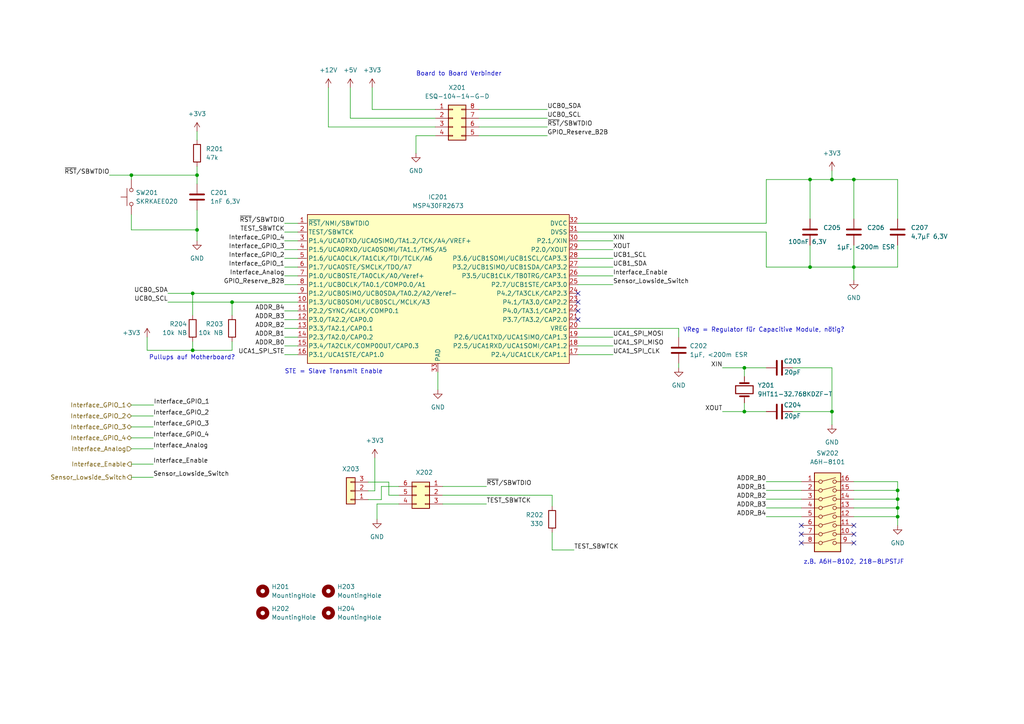
<source format=kicad_sch>
(kicad_sch (version 20211123) (generator eeschema)
  (paper "A4")
  (lib_symbols
    (symbol "Connector_Generic:Conn_01x03" (pin_names (offset 1.016) hide)
      (property "Reference" "J" (at 0 5.08 0))
      (property "Value" "Conn_01x03" (at 0 -5.08 0))
      (symbol "Conn_01x03_1_1"
        (rectangle (start -1.27 -2.413) (end 0 -2.667) (stroke (width 0.1524)))
        (rectangle (start -1.27 0.127) (end 0 -0.127) (stroke (width 0.1524)))
        (rectangle (start -1.27 2.667) (end 0 2.413) (stroke (width 0.1524)))
        (rectangle (start -1.27 3.81) (end 1.27 -3.81) (stroke (width 0.254)) (fill (type background)))
        (pin passive line (at -5.08 2.54 0) (length 3.81) (name "Pin_1") (number "1"))
        (pin passive line (at -5.08 0 0) (length 3.81) (name "Pin_2") (number "2"))
        (pin passive line (at -5.08 -2.54 0) (length 3.81) (name "Pin_3") (number "3"))
      )
    )
    (symbol "Connector_Generic:Conn_02x03_Counter_Clockwise" (pin_names (offset 1.016) hide)
      (property "Reference" "J" (at 1.27 5.08 0))
      (property "Value" "Conn_02x03_Counter_Clockwise" (at 1.27 -5.08 0))
      (symbol "Conn_02x03_Counter_Clockwise_1_1"
        (rectangle (start -1.27 -2.413) (end 0 -2.667) (stroke (width 0.1524)))
        (rectangle (start -1.27 0.127) (end 0 -0.127) (stroke (width 0.1524)))
        (rectangle (start -1.27 2.667) (end 0 2.413) (stroke (width 0.1524)))
        (rectangle (start -1.27 3.81) (end 3.81 -3.81) (stroke (width 0.254)) (fill (type background)))
        (rectangle (start 3.81 -2.413) (end 2.54 -2.667) (stroke (width 0.1524)))
        (rectangle (start 3.81 0.127) (end 2.54 -0.127) (stroke (width 0.1524)))
        (rectangle (start 3.81 2.667) (end 2.54 2.413) (stroke (width 0.1524)))
        (pin passive line (at -5.08 2.54 0) (length 3.81) (name "Pin_1") (number "1"))
        (pin passive line (at -5.08 0 0) (length 3.81) (name "Pin_2") (number "2"))
        (pin passive line (at -5.08 -2.54 0) (length 3.81) (name "Pin_3") (number "3"))
        (pin passive line (at 7.62 -2.54 180) (length 3.81) (name "Pin_4") (number "4"))
        (pin passive line (at 7.62 0 180) (length 3.81) (name "Pin_5") (number "5"))
        (pin passive line (at 7.62 2.54 180) (length 3.81) (name "Pin_6") (number "6"))
      )
    )
    (symbol "Connector_Generic:Conn_02x04_Counter_Clockwise" (pin_names (offset 1.016) hide)
      (property "Reference" "J" (at 1.27 5.08 0))
      (property "Value" "Conn_02x04_Counter_Clockwise" (at 1.27 -7.62 0))
      (symbol "Conn_02x04_Counter_Clockwise_1_1"
        (rectangle (start -1.27 -4.953) (end 0 -5.207) (stroke (width 0.1524)))
        (rectangle (start -1.27 -2.413) (end 0 -2.667) (stroke (width 0.1524)))
        (rectangle (start -1.27 0.127) (end 0 -0.127) (stroke (width 0.1524)))
        (rectangle (start -1.27 2.667) (end 0 2.413) (stroke (width 0.1524)))
        (rectangle (start -1.27 3.81) (end 3.81 -6.35) (stroke (width 0.254)) (fill (type background)))
        (rectangle (start 3.81 -4.953) (end 2.54 -5.207) (stroke (width 0.1524)))
        (rectangle (start 3.81 -2.413) (end 2.54 -2.667) (stroke (width 0.1524)))
        (rectangle (start 3.81 0.127) (end 2.54 -0.127) (stroke (width 0.1524)))
        (rectangle (start 3.81 2.667) (end 2.54 2.413) (stroke (width 0.1524)))
        (pin passive line (at -5.08 2.54 0) (length 3.81) (name "Pin_1") (number "1"))
        (pin passive line (at -5.08 0 0) (length 3.81) (name "Pin_2") (number "2"))
        (pin passive line (at -5.08 -2.54 0) (length 3.81) (name "Pin_3") (number "3"))
        (pin passive line (at -5.08 -5.08 0) (length 3.81) (name "Pin_4") (number "4"))
        (pin passive line (at 7.62 -5.08 180) (length 3.81) (name "Pin_5") (number "5"))
        (pin passive line (at 7.62 -2.54 180) (length 3.81) (name "Pin_6") (number "6"))
        (pin passive line (at 7.62 0 180) (length 3.81) (name "Pin_7") (number "7"))
        (pin passive line (at 7.62 2.54 180) (length 3.81) (name "Pin_8") (number "8"))
      )
    )
    (symbol "Device:C" (pin_numbers hide) (pin_names (offset 0.254))
      (property "Reference" "C" (at 0.635 2.54 0))
      (property "Value" "C" (at 0.635 -2.54 0))
      (symbol "C_0_1"
        (polyline (pts (xy -2.032 -0.762) (xy 2.032 -0.762)) (stroke (width 0.508)))
        (polyline (pts (xy -2.032 0.762) (xy 2.032 0.762)) (stroke (width 0.508)))
      )
      (symbol "C_1_1"
        (pin passive line (at 0 3.81 270) (length 2.794) (name "~") (number "1"))
        (pin passive line (at 0 -3.81 90) (length 2.794) (name "~") (number "2"))
      )
    )
    (symbol "Device:Crystal" (pin_numbers hide) (pin_names (offset 1.016) hide)
      (property "Reference" "Y" (at 0 3.81 0))
      (property "Value" "Crystal" (at 0 -3.81 0))
      (symbol "Crystal_0_1"
        (rectangle (start -1.143 2.54) (end 1.143 -2.54) (stroke (width 0.3048)))
        (polyline (pts (xy -2.54 0) (xy -1.905 0)))
        (polyline (pts (xy -1.905 -1.27) (xy -1.905 1.27)) (stroke (width 0.508)))
        (polyline (pts (xy 1.905 -1.27) (xy 1.905 1.27)) (stroke (width 0.508)))
        (polyline (pts (xy 2.54 0) (xy 1.905 0)))
      )
      (symbol "Crystal_1_1"
        (pin passive line (at -3.81 0 0) (length 1.27) (name "1") (number "1"))
        (pin passive line (at 3.81 0 180) (length 1.27) (name "2") (number "2"))
      )
    )
    (symbol "Device:R" (pin_numbers hide) (pin_names (offset 0))
      (property "Reference" "R" (at 2.032 0 90))
      (property "Value" "R" (at 0 0 90))
      (symbol "R_0_1"
        (rectangle (start -1.016 -2.54) (end 1.016 2.54) (stroke (width 0.254)))
      )
      (symbol "R_1_1"
        (pin passive line (at 0 3.81 270) (length 1.27) (name "~") (number "1"))
        (pin passive line (at 0 -3.81 90) (length 1.27) (name "~") (number "2"))
      )
    )
    (symbol "HER_Symbole:MSP430FR267*"
      (property "Reference" "U?" (at 39.42 2.54 0))
      (property "Value" "MSP430FR267*" (at 39.42 0 0))
      (symbol "MSP430FR267*_0_1"
        (rectangle (start 0.254 -2.54) (end 76.2 -45.72) (stroke (width 0.2)) (fill (type background)))
      )
      (symbol "MSP430FR267*_1_1"
        (pin bidirectional line (at -2.54 -5.08 0) (length 2.54) (name "~{RST}/NMI/SBWTDIO") (number "1"))
        (pin bidirectional line (at -2.54 -27.94 0) (length 2.54) (name "P1.3/UCB0SOMI/UCB0SCL/MCLK/A3") (number "10"))
        (pin bidirectional line (at -2.54 -30.48 0) (length 2.54) (name "P2.2/SYNC/ACLK/COMP0.1") (number "11"))
        (pin bidirectional line (at -2.54 -33.02 0) (length 2.54) (name "P3.0/TA2.2/CAP0.0") (number "12"))
        (pin bidirectional line (at -2.54 -35.56 0) (length 2.54) (name "P3.3/TA2.1/CAP0.1") (number "13"))
        (pin bidirectional line (at -2.54 -38.1 0) (length 2.54) (name "P2.3/TA2.0/CAP0.2") (number "14"))
        (pin bidirectional line (at -2.54 -40.64 0) (length 2.54) (name "P3.4/TA2CLK/COMP0OUT/CAP0.3") (number "15"))
        (pin bidirectional line (at -2.54 -43.18 0) (length 2.54) (name "P3.1/UCA1STE/CAP1.0") (number "16"))
        (pin bidirectional line (at 78.74 -43.18 180) (length 2.54) (name "P2.4/UCA1CLK/CAP1.1") (number "17"))
        (pin bidirectional line (at 78.74 -40.64 180) (length 2.54) (name "P2.5/UCA1RXD/UCA1SOMI/CAP1.2") (number "18"))
        (pin bidirectional line (at 78.74 -38.1 180) (length 2.54) (name "P2.6/UCA1TXD/UCA1SIMO/CAP1.3") (number "19"))
        (pin bidirectional line (at -2.54 -7.62 0) (length 2.54) (name "TEST/SBWTCK") (number "2"))
        (pin bidirectional line (at 78.74 -35.56 180) (length 2.54) (name "VREG") (number "20"))
        (pin bidirectional line (at 78.74 -33.02 180) (length 2.54) (name "P3.7/TA3.2/CAP2.0") (number "21"))
        (pin bidirectional line (at 78.74 -30.48 180) (length 2.54) (name "P4.0/TA3.1/CAP2.1") (number "22"))
        (pin bidirectional line (at 78.74 -27.94 180) (length 2.54) (name "P4.1/TA3.0/CAP2.2") (number "23"))
        (pin bidirectional line (at 78.74 -25.4 180) (length 2.54) (name "P4.2/TA3CLK/CAP2.3") (number "24"))
        (pin bidirectional line (at 78.74 -22.86 180) (length 2.54) (name "P2.7/UCB1STE/CAP3.0") (number "25"))
        (pin bidirectional line (at 78.74 -20.32 180) (length 2.54) (name "P3.5/UCB1CLK/TB0TRG/CAP3.1") (number "26"))
        (pin bidirectional line (at 78.74 -17.78 180) (length 2.54) (name "P3.2/UCB1SIMO/UCB1SDA/CAP3.2") (number "27"))
        (pin bidirectional line (at 78.74 -15.24 180) (length 2.54) (name "P3.6/UCB1SOMI/UCB1SCL/CAP3.3") (number "28"))
        (pin bidirectional line (at 78.74 -12.7 180) (length 2.54) (name "P2.0/XOUT") (number "29"))
        (pin bidirectional line (at -2.54 -10.16 0) (length 2.54) (name "P1.4/UCA0TXD/UCA0SIMO/TA1.2/TCK/A4/VREF+") (number "3"))
        (pin bidirectional line (at 78.74 -10.16 180) (length 2.54) (name "P2.1/XIN") (number "30"))
        (pin power_in line (at 78.74 -7.62 180) (length 2.54) (name "DVSS") (number "31"))
        (pin power_in line (at 78.74 -5.08 180) (length 2.54) (name "DVCC") (number "32"))
        (pin power_in line (at 38.1 -48.26 90) (length 2.54) (name "PAD") (number "33"))
        (pin bidirectional line (at -2.54 -12.7 0) (length 2.54) (name "P1.5/UCA0RXD/UCA0SOMI/TA1.1/TMS/A5") (number "4"))
        (pin bidirectional line (at -2.54 -15.24 0) (length 2.54) (name "P1.6/UCA0CLK/TA1CLK/TDI/TCLK/A6") (number "5"))
        (pin bidirectional line (at -2.54 -17.78 0) (length 2.54) (name "P1.7/UCA0STE/SMCLK/TDO/A7") (number "6"))
        (pin bidirectional line (at -2.54 -20.32 0) (length 2.54) (name "P1.0/UCB0STE/TA0CLK/A0/Veref+") (number "7"))
        (pin bidirectional line (at -2.54 -22.86 0) (length 2.54) (name "P1.1/UCB0CLK/TA0.1/COMP0.0/A1") (number "8"))
        (pin bidirectional line (at -2.54 -25.4 0) (length 2.54) (name "P1.2/UCB0SIMO/UCB0SDA/TA0.2/A2/Veref-") (number "9"))
      )
    )
    (symbol "Mechanical:MountingHole" (pin_names (offset 1.016))
      (property "Reference" "H" (at 0 5.08 0))
      (property "Value" "MountingHole" (at 0 3.175 0))
      (symbol "MountingHole_0_1"
        (circle (center 0 0) (radius 1.27) (stroke (width 1.27)))
      )
    )
    (symbol "Switch:SW_DIP_x08" (pin_names (offset 0) hide)
      (property "Reference" "SW" (at 0 13.97 0))
      (property "Value" "SW_DIP_x08" (at 0 -11.43 0))
      (symbol "SW_DIP_x08_0_0"
        (circle (center -2.032 -7.62) (radius 0.508))
        (circle (center -2.032 -5.08) (radius 0.508))
        (circle (center -2.032 -2.54) (radius 0.508))
        (circle (center -2.032 0) (radius 0.508))
        (circle (center -2.032 2.54) (radius 0.508))
        (circle (center -2.032 5.08) (radius 0.508))
        (circle (center -2.032 7.62) (radius 0.508))
        (circle (center -2.032 10.16) (radius 0.508))
        (polyline (pts (xy -1.524 -7.4676) (xy 2.3622 -6.4262)))
        (polyline (pts (xy -1.524 -4.9276) (xy 2.3622 -3.8862)))
        (polyline (pts (xy -1.524 -2.3876) (xy 2.3622 -1.3462)))
        (polyline (pts (xy -1.524 0.127) (xy 2.3622 1.1684)))
        (polyline (pts (xy -1.524 2.667) (xy 2.3622 3.7084)))
        (polyline (pts (xy -1.524 5.207) (xy 2.3622 6.2484)))
        (polyline (pts (xy -1.524 7.747) (xy 2.3622 8.7884)))
        (polyline (pts (xy -1.524 10.287) (xy 2.3622 11.3284)))
        (circle (center 2.032 -7.62) (radius 0.508))
        (circle (center 2.032 -5.08) (radius 0.508))
        (circle (center 2.032 -2.54) (radius 0.508))
        (circle (center 2.032 0) (radius 0.508))
        (circle (center 2.032 2.54) (radius 0.508))
        (circle (center 2.032 5.08) (radius 0.508))
        (circle (center 2.032 7.62) (radius 0.508))
        (circle (center 2.032 10.16) (radius 0.508))
      )
      (symbol "SW_DIP_x08_0_1"
        (rectangle (start -3.81 12.7) (end 3.81 -10.16) (stroke (width 0.254)) (fill (type background)))
      )
      (symbol "SW_DIP_x08_1_1"
        (pin passive line (at -7.62 10.16 0) (length 5.08) (name "~") (number "1"))
        (pin passive line (at 7.62 -5.08 180) (length 5.08) (name "~") (number "10"))
        (pin passive line (at 7.62 -2.54 180) (length 5.08) (name "~") (number "11"))
        (pin passive line (at 7.62 0 180) (length 5.08) (name "~") (number "12"))
        (pin passive line (at 7.62 2.54 180) (length 5.08) (name "~") (number "13"))
        (pin passive line (at 7.62 5.08 180) (length 5.08) (name "~") (number "14"))
        (pin passive line (at 7.62 7.62 180) (length 5.08) (name "~") (number "15"))
        (pin passive line (at 7.62 10.16 180) (length 5.08) (name "~") (number "16"))
        (pin passive line (at -7.62 7.62 0) (length 5.08) (name "~") (number "2"))
        (pin passive line (at -7.62 5.08 0) (length 5.08) (name "~") (number "3"))
        (pin passive line (at -7.62 2.54 0) (length 5.08) (name "~") (number "4"))
        (pin passive line (at -7.62 0 0) (length 5.08) (name "~") (number "5"))
        (pin passive line (at -7.62 -2.54 0) (length 5.08) (name "~") (number "6"))
        (pin passive line (at -7.62 -5.08 0) (length 5.08) (name "~") (number "7"))
        (pin passive line (at -7.62 -7.62 0) (length 5.08) (name "~") (number "8"))
        (pin passive line (at 7.62 -7.62 180) (length 5.08) (name "~") (number "9"))
      )
    )
    (symbol "Switch:SW_Push" (pin_numbers hide) (pin_names (offset 1.016) hide)
      (property "Reference" "SW" (at 1.27 2.54 0))
      (property "Value" "SW_Push" (at 0 -1.524 0))
      (symbol "SW_Push_0_1"
        (circle (center -2.032 0) (radius 0.508))
        (polyline (pts (xy 0 1.27) (xy 0 3.048)))
        (polyline (pts (xy 2.54 1.27) (xy -2.54 1.27)))
        (circle (center 2.032 0) (radius 0.508))
        (pin passive line (at -5.08 0 0) (length 2.54) (name "1") (number "1"))
        (pin passive line (at 5.08 0 180) (length 2.54) (name "2") (number "2"))
      )
    )
    (symbol "power:+12V" (power) (pin_names (offset 0))
      (property "Value" "+12V" (at 0 3.556 0))
      (symbol "+12V_0_1"
        (polyline (pts (xy -0.762 1.27) (xy 0 2.54)))
        (polyline (pts (xy 0 0) (xy 0 2.54)))
        (polyline (pts (xy 0 2.54) (xy 0.762 1.27)))
      )
      (symbol "+12V_1_1"
        (pin power_in line (at 0 0 90) (length 0) hide (name "+12V") (number "1"))
      )
    )
    (symbol "power:+3.3V" (power) (pin_names (offset 0))
      (property "Value" "+3.3V" (at 0 3.556 0))
      (symbol "+3.3V_0_1"
        (polyline (pts (xy -0.762 1.27) (xy 0 2.54)))
        (polyline (pts (xy 0 0) (xy 0 2.54)))
        (polyline (pts (xy 0 2.54) (xy 0.762 1.27)))
      )
      (symbol "+3.3V_1_1"
        (pin power_in line (at 0 0 90) (length 0) hide (name "+3V3") (number "1"))
      )
    )
    (symbol "power:+3V3" (power) (pin_names (offset 0))
      (property "Value" "+3V3" (at 0 3.556 0))
      (symbol "+3V3_0_1"
        (polyline (pts (xy -0.762 1.27) (xy 0 2.54)))
        (polyline (pts (xy 0 0) (xy 0 2.54)))
        (polyline (pts (xy 0 2.54) (xy 0.762 1.27)))
      )
      (symbol "+3V3_1_1"
        (pin power_in line (at 0 0 90) (length 0) hide (name "+3V3") (number "1"))
      )
    )
    (symbol "power:+5V" (power) (pin_names (offset 0))
      (property "Value" "+5V" (at 0 3.556 0))
      (symbol "+5V_0_1"
        (polyline (pts (xy -0.762 1.27) (xy 0 2.54)))
        (polyline (pts (xy 0 0) (xy 0 2.54)))
        (polyline (pts (xy 0 2.54) (xy 0.762 1.27)))
      )
      (symbol "+5V_1_1"
        (pin power_in line (at 0 0 90) (length 0) hide (name "+5V") (number "1"))
      )
    )
    (symbol "power:GND" (power) (pin_names (offset 0))
      (property "Value" "GND" (at 0 -3.81 0))
      (symbol "GND_0_1"
        (polyline (pts (xy 0 0) (xy 0 -1.27) (xy 1.27 -1.27) (xy 0 -2.54) (xy -1.27 -1.27) (xy 0 -1.27)))
      )
      (symbol "GND_1_1"
        (pin power_in line (at 0 0 270) (length 0) hide (name "GND") (number "1"))
      )
    )
  )
  (junction (at 260.35 147.32))
  (junction (at 234.95 52.07))
  (junction (at 57.15 66.675))
  (junction (at 67.31 87.63))
  (junction (at 241.3 52.07))
  (junction (at 215.9 119.38))
  (junction (at 260.35 142.24))
  (junction (at 57.15 50.8))
  (junction (at 38.1 50.8))
  (junction (at 260.35 149.86))
  (junction (at 241.3 119.38))
  (junction (at 234.95 77.47))
  (junction (at 260.35 144.78))
  (junction (at 55.88 85.09))
  (junction (at 55.88 101.6))
  (junction (at 215.9 106.68))
  (junction (at 247.65 52.07))
  (junction (at 247.65 77.47))
  (no_connect (at 247.65 152.4))
  (no_connect (at 247.65 154.94))
  (no_connect (at 232.41 154.94))
  (no_connect (at 247.65 157.48))
  (no_connect (at 167.64 85.09))
  (no_connect (at 167.64 90.17))
  (no_connect (at 167.64 92.71))
  (no_connect (at 167.64 87.63))
  (no_connect (at 232.41 157.48))
  (no_connect (at 232.41 152.4))
  (wire (pts (xy 31.75 50.8) (xy 38.1 50.8)))
  (wire (pts (xy 138.938 34.29) (xy 158.75 34.29)))
  (wire (pts (xy 82.55 82.55) (xy 86.36 82.55)))
  (wire (pts (xy 42.6721 97.79) (xy 42.6721 101.6)))
  (wire (pts (xy 55.88 85.09) (xy 86.36 85.09)))
  (wire (pts (xy 82.55 80.01) (xy 86.36 80.01)))
  (wire (pts (xy 126.238 31.75) (xy 107.95 31.75)))
  (wire (pts (xy 260.35 139.7) (xy 260.35 142.24)))
  (wire (pts (xy 101.6 25.4) (xy 101.6 34.29)))
  (wire (pts (xy 222.25 77.47) (xy 234.95 77.47)))
  (wire (pts (xy 55.88 99.06) (xy 55.88 101.6)))
  (wire (pts (xy 82.55 77.47) (xy 86.36 77.47)))
  (wire (pts (xy 234.95 52.07) (xy 241.3 52.07)))
  (wire (pts (xy 247.65 142.24) (xy 260.35 142.24)))
  (wire (pts (xy 167.64 69.85) (xy 177.8 69.85)))
  (wire (pts (xy 232.41 147.32) (xy 222.25 147.32)))
  (wire (pts (xy 260.35 52.07) (xy 260.35 63.5)))
  (wire (pts (xy 128.397 146.177) (xy 141.097 146.177)))
  (wire (pts (xy 247.65 52.07) (xy 247.65 63.5)))
  (wire (pts (xy 126.238 34.29) (xy 101.6 34.29)))
  (wire (pts (xy 232.41 139.7) (xy 222.25 139.7)))
  (wire (pts (xy 48.7045 85.09) (xy 55.88 85.09)))
  (wire (pts (xy 115.697 146.177) (xy 109.347 146.177)))
  (wire (pts (xy 196.85 95.25) (xy 196.85 97.79)))
  (wire (pts (xy 138.938 39.37) (xy 158.75 39.37)))
  (wire (pts (xy 167.64 77.47) (xy 177.8 77.47)))
  (wire (pts (xy 120.65 39.37) (xy 120.65 44.45)))
  (wire (pts (xy 232.41 149.86) (xy 222.25 149.86)))
  (wire (pts (xy 138.938 31.75) (xy 158.75 31.75)))
  (wire (pts (xy 260.35 147.32) (xy 260.35 149.86)))
  (wire (pts (xy 82.55 97.79) (xy 86.36 97.79)))
  (wire (pts (xy 215.9 119.38) (xy 222.25 119.38)))
  (wire (pts (xy 57.15 66.675) (xy 57.15 69.85)))
  (wire (pts (xy 82.55 67.31) (xy 86.36 67.31)))
  (wire (pts (xy 247.65 77.47) (xy 234.95 77.47)))
  (wire (pts (xy 167.64 64.77) (xy 222.25 64.77)))
  (wire (pts (xy 241.3 119.38) (xy 241.3 123.19)))
  (wire (pts (xy 67.31 87.63) (xy 67.31 91.44)))
  (wire (pts (xy 48.7045 87.63) (xy 67.31 87.63)))
  (wire (pts (xy 110.617 141.097) (xy 110.617 144.907)))
  (wire (pts (xy 247.65 52.07) (xy 260.35 52.07)))
  (wire (pts (xy 260.35 77.47) (xy 247.65 77.47)))
  (wire (pts (xy 106.807 139.827) (xy 112.776 139.827)))
  (wire (pts (xy 82.55 64.77) (xy 86.36 64.77)))
  (wire (pts (xy 222.25 64.77) (xy 222.25 52.07)))
  (wire (pts (xy 160.147 143.637) (xy 128.397 143.637)))
  (wire (pts (xy 82.55 72.39) (xy 86.36 72.39)))
  (wire (pts (xy 38.1 130.175) (xy 44.45 130.175)))
  (wire (pts (xy 260.35 149.86) (xy 260.35 152.4)))
  (wire (pts (xy 247.65 77.47) (xy 247.65 81.28)))
  (wire (pts (xy 38.1 120.65) (xy 44.45 120.65)))
  (wire (pts (xy 260.35 144.78) (xy 260.35 147.32)))
  (wire (pts (xy 38.1 127) (xy 44.45 127)))
  (wire (pts (xy 82.55 74.93) (xy 86.36 74.93)))
  (wire (pts (xy 38.1 123.825) (xy 44.45 123.825)))
  (wire (pts (xy 167.64 95.25) (xy 196.85 95.25)))
  (wire (pts (xy 106.807 142.367) (xy 108.712 142.367)))
  (wire (pts (xy 222.25 67.31) (xy 222.25 77.47)))
  (wire (pts (xy 127 107.95) (xy 127 113.03)))
  (wire (pts (xy 241.3 49.53) (xy 241.3 52.07)))
  (wire (pts (xy 167.64 102.87) (xy 177.8 102.87)))
  (wire (pts (xy 55.88 85.09) (xy 55.88 91.44)))
  (wire (pts (xy 241.3 106.68) (xy 241.3 119.38)))
  (wire (pts (xy 247.65 139.7) (xy 260.35 139.7)))
  (wire (pts (xy 107.95 25.4) (xy 107.95 31.75)))
  (wire (pts (xy 247.65 77.47) (xy 247.65 71.12)))
  (wire (pts (xy 167.64 72.39) (xy 177.8 72.39)))
  (wire (pts (xy 247.65 147.32) (xy 260.35 147.32)))
  (wire (pts (xy 82.55 92.71) (xy 86.36 92.71)))
  (wire (pts (xy 167.64 100.33) (xy 177.8 100.33)))
  (wire (pts (xy 38.1 117.475) (xy 44.577 117.475)))
  (wire (pts (xy 126.238 39.37) (xy 120.65 39.37)))
  (wire (pts (xy 229.87 106.68) (xy 241.3 106.68)))
  (wire (pts (xy 166.497 159.512) (xy 160.147 159.512)))
  (wire (pts (xy 160.147 143.637) (xy 160.147 146.812)))
  (wire (pts (xy 57.15 60.96) (xy 57.15 66.675)))
  (wire (pts (xy 115.697 141.097) (xy 110.617 141.097)))
  (wire (pts (xy 82.55 100.33) (xy 86.36 100.33)))
  (wire (pts (xy 38.1 66.675) (xy 57.15 66.675)))
  (wire (pts (xy 95.25 25.4) (xy 95.25 36.83)))
  (wire (pts (xy 86.36 90.17) (xy 82.55 90.17)))
  (wire (pts (xy 38.1 50.8) (xy 38.1 52.07)))
  (wire (pts (xy 110.617 144.907) (xy 106.807 144.907)))
  (wire (pts (xy 138.938 36.83) (xy 158.75 36.83)))
  (wire (pts (xy 260.35 71.12) (xy 260.35 77.47)))
  (wire (pts (xy 115.697 143.637) (xy 112.776 143.637)))
  (wire (pts (xy 38.1 138.43) (xy 44.45 138.43)))
  (wire (pts (xy 241.3 119.38) (xy 229.87 119.38)))
  (wire (pts (xy 57.15 38.1) (xy 57.15 40.64)))
  (wire (pts (xy 57.15 48.26) (xy 57.15 50.8)))
  (wire (pts (xy 38.1 50.8) (xy 57.15 50.8)))
  (wire (pts (xy 109.347 146.177) (xy 109.347 150.622)))
  (wire (pts (xy 167.64 74.93) (xy 177.8 74.93)))
  (wire (pts (xy 232.41 142.24) (xy 222.25 142.24)))
  (wire (pts (xy 108.712 132.842) (xy 108.712 142.367)))
  (wire (pts (xy 38.1 62.23) (xy 38.1 66.675)))
  (wire (pts (xy 42.6721 101.6) (xy 55.88 101.6)))
  (wire (pts (xy 167.64 82.55) (xy 177.8 82.55)))
  (wire (pts (xy 55.88 101.6) (xy 67.3101 101.6)))
  (wire (pts (xy 222.25 52.07) (xy 234.95 52.07)))
  (wire (pts (xy 260.35 149.86) (xy 247.65 149.86)))
  (wire (pts (xy 167.64 97.79) (xy 177.8 97.79)))
  (wire (pts (xy 215.9 106.68) (xy 215.9 109.22)))
  (wire (pts (xy 260.35 142.24) (xy 260.35 144.78)))
  (wire (pts (xy 112.776 139.827) (xy 112.776 143.637)))
  (wire (pts (xy 241.3 52.07) (xy 247.65 52.07)))
  (wire (pts (xy 167.64 67.31) (xy 222.25 67.31)))
  (wire (pts (xy 209.55 106.68) (xy 215.9 106.68)))
  (wire (pts (xy 126.238 36.83) (xy 95.25 36.83)))
  (wire (pts (xy 209.55 119.38) (xy 215.9 119.38)))
  (wire (pts (xy 215.9 116.84) (xy 215.9 119.38)))
  (wire (pts (xy 82.55 102.87) (xy 86.36 102.87)))
  (wire (pts (xy 82.55 95.25) (xy 86.36 95.25)))
  (wire (pts (xy 167.64 80.01) (xy 177.8 80.01)))
  (wire (pts (xy 160.147 154.432) (xy 160.147 159.512)))
  (wire (pts (xy 260.35 144.78) (xy 247.65 144.78)))
  (wire (pts (xy 38.1 134.62) (xy 44.45 134.62)))
  (wire (pts (xy 67.31 99.06) (xy 67.3101 101.6)))
  (wire (pts (xy 141.097 141.097) (xy 128.397 141.097)))
  (wire (pts (xy 82.55 69.85) (xy 86.36 69.85)))
  (wire (pts (xy 196.85 105.41) (xy 196.85 106.68)))
  (wire (pts (xy 234.95 77.47) (xy 234.95 71.12)))
  (wire (pts (xy 57.15 50.8) (xy 57.15 53.34)))
  (wire (pts (xy 232.41 144.78) (xy 222.25 144.78)))
  (wire (pts (xy 67.31 87.63) (xy 86.36 87.63)))
  (wire (pts (xy 215.9 106.68) (xy 222.25 106.68)))
  (wire (pts (xy 234.95 52.07) (xy 234.95 63.5)))
  (text "STE = Slave Transmit Enable" (at 82.55 108.585 0) (effects (font (size 1.27 1.27)) (justify left bottom)))
  (text "Pullups auf Motherboard?" (at 43.18 104.521 0) (effects (font (size 1.27 1.27)) (justify left bottom)))
  (text "Board to Board Verbinder\n" (at 120.65 22.225 0) (effects (font (size 1.27 1.27)) (justify left bottom)))
  (text "z.B. A6H-8102, 218-8LPSTJF\n" (at 233.045 163.83 0) (effects (font (size 1.27 1.27)) (justify left bottom)))
  (text "VReg = Regulator für Capacitive Module, nötig?" (at 198.12 96.52 0) (effects (font (size 1.27 1.27)) (justify left bottom)))
  (label "XIN" (at 177.8 69.85 0))
  (label "Interface_Analog" (at 44.45 130.175 0))
  (label "Sensor_Lowside_Switch" (at 44.45 138.43 0))
  (label "UCA1_SPI_STE" (at 82.55 102.87 180))
  (label "Interface_GPIO_1" (at 82.55 77.47 180))
  (label "Interface_Enable" (at 177.8 80.01 0))
  (label "UCB0_SDA" (at 48.7045 85.09 180))
  (label "Interface_GPIO_3" (at 44.45 123.825 0))
  (label "Interface_GPIO_4" (at 82.55 69.85 180))
  (label "ADDR_B0" (at 82.55 100.33 180))
  (label "XOUT" (at 209.55 119.38 180))
  (label "~{RST}{slash}SBWTDIO" (at 31.75 50.8 180))
  (label "Interface_Analog" (at 82.55 80.01 180))
  (label "UCB0_SDA" (at 158.75 31.75 0))
  (label "~{RST}{slash}SBWTDIO" (at 158.75 36.83 0))
  (label "Interface_GPIO_4" (at 44.45 127 0))
  (label "ADDR_B2" (at 82.55 95.25 180))
  (label "UCB1_SCL" (at 177.8 74.93 0))
  (label "Interface_GPIO_1" (at 44.577 117.475 0))
  (label "ADDR_B0" (at 222.25 139.7 180))
  (label "TEST_SBWTCK" (at 82.55 67.31 180))
  (label "~{RST}{slash}SBWTDIO" (at 141.097 141.097 0))
  (label "Interface_GPIO_3" (at 82.55 72.39 180))
  (label "UCB1_SDA" (at 177.8 77.47 0))
  (label "GPIO_Reserve_B2B" (at 158.75 39.37 0))
  (label "ADDR_B3" (at 82.55 92.71 180))
  (label "UCB0_SCL" (at 158.75 34.29 0))
  (label "Interface_Enable" (at 44.45 134.62 0))
  (label "GPIO_Reserve_B2B" (at 82.55 82.55 180))
  (label "~{RST}{slash}SBWTDIO" (at 82.55 64.77 180))
  (label "TEST_SBWTCK" (at 166.497 159.512 0))
  (label "Interface_GPIO_2" (at 44.45 120.65 0))
  (label "Sensor_Lowside_Switch" (at 177.8 82.55 0))
  (label "UCA1_SPI_MISO" (at 177.8 100.33 0))
  (label "ADDR_B2" (at 222.25 144.78 180))
  (label "Interface_GPIO_2" (at 82.55 74.93 180))
  (label "ADDR_B1" (at 82.55 97.79 180))
  (label "XOUT" (at 177.8 72.39 0))
  (label "ADDR_B4" (at 222.25 149.86 180))
  (label "ADDR_B3" (at 222.25 147.32 180))
  (label "UCB0_SCL" (at 48.7045 87.63 180))
  (label "UCA1_SPI_MOSI" (at 177.8 97.79 0))
  (label "XIN" (at 209.55 106.68 180))
  (label "TEST_SBWTCK" (at 141.097 146.177 0))
  (label "UCA1_SPI_CLK" (at 177.8 102.87 0))
  (label "ADDR_B1" (at 222.25 142.24 180))
  (label "ADDR_B4" (at 82.55 90.17 180))
  (hierarchical_label "Interface_GPIO_4" (shape bidirectional) (at 38.1 127 180))
  (hierarchical_label "Interface_GPIO_1" (shape bidirectional) (at 38.1 117.475 180))
  (hierarchical_label "Interface_GPIO_2" (shape bidirectional) (at 38.1 120.65 180))
  (hierarchical_label "Interface_GPIO_3" (shape bidirectional) (at 38.1 123.825 180))
  (hierarchical_label "Interface_Enable" (shape output) (at 38.1 134.62 180))
  (hierarchical_label "Interface_Analog" (shape input) (at 38.1 130.175 180))
  (hierarchical_label "Sensor_Lowside_Switch" (shape output) (at 38.1 138.43 180))
  (symbol (lib_id "power:+3V3") (at 42.6721 97.79 0) (unit 1)
    (property "Reference" "#PWR0211" (effects hide))
    (property "Value" "+3V3" (at 40.7671 96.5199 0) (effects (justify right)))
  )
  (symbol (lib_id "Switch:SW_Push") (at 38.1 57.15 90) (unit 1)
    (property "Reference" "SW201" (at 39.37 55.8799 90) (effects (justify right)))
    (property "Value" "SKRKAEE020" (at 39.37 58.4199 90) (effects (justify right)))
    (property "Footprint" "Button_Switch_SMD:SW_Push_SPST_NO_Alps_SKRK" (effects hide))
  )
  (symbol (lib_id "Device:C") (at 226.06 106.68 90) (unit 1)
    (property "Reference" "C203" (at 229.87 104.775 90))
    (property "Value" "20pF" (at 229.87 107.95 90))
    (property "Footprint" "Capacitor_SMD:C_0603_1608Metric_Pad1.08x0.95mm_HandSolder" (effects hide))
  )
  (symbol (lib_id "Switch:SW_DIP_x08") (at 240.03 149.86 0) (unit 1)
    (property "Reference" "SW202" (at 240.03 131.445 0))
    (property "Value" "A6H-8101" (at 240.03 133.985 0))
    (property "Footprint" "Button_Switch_SMD:SW_DIP_SPSTx08_Slide_Omron_A6H-8101_W6.15mm_P1.27mm" (effects hide))
    (property "Bauteil" "A6H-8102" (effects hide))
  )
  (symbol (lib_id "power:+3.3V") (at 108.712 132.842 0) (mirror y) (unit 1)
    (property "Reference" "#PWR0209" (effects hide))
    (property "Value" "+3.3V" (at 108.712 127.762 0))
  )
  (symbol (lib_id "power:GND") (at 109.347 150.622 0) (mirror y) (unit 1)
    (property "Reference" "#PWR0208" (effects hide))
    (property "Value" "GND" (at 109.347 155.702 0))
  )
  (symbol (lib_id "Device:C") (at 226.06 119.38 90) (unit 1)
    (property "Reference" "C204" (at 229.87 117.475 90))
    (property "Value" "20pF" (at 229.87 120.65 90))
    (property "Footprint" "Capacitor_SMD:C_0603_1608Metric_Pad1.08x0.95mm_HandSolder" (effects hide))
  )
  (symbol (lib_id "Device:C") (at 247.65 67.31 0) (unit 1)
    (property "Reference" "C206" (at 251.46 66.0399 0) (effects (justify left)))
    (property "Value" "1µF, <200m ESR" (at 242.697 71.628 0) (effects (justify left)))
    (property "Footprint" "Capacitor_SMD:C_0603_1608Metric_Pad1.08x0.95mm_HandSolder" (effects hide))
  )
  (symbol (lib_id "power:GND") (at 241.3 123.19 0) (unit 1)
    (property "Reference" "#PWR0213" (effects hide))
    (property "Value" "GND" (at 241.3 128.27 0))
  )
  (symbol (lib_id "Device:C") (at 196.85 101.6 0) (unit 1)
    (property "Reference" "C202" (at 200.025 100.3299 0) (effects (justify left)))
    (property "Value" "1µF, <200m ESR" (at 200.025 102.8699 0) (effects (justify left)))
    (property "Footprint" "Capacitor_SMD:C_0603_1608Metric_Pad1.08x0.95mm_HandSolder" (effects hide))
  )
  (symbol (lib_id "power:GND") (at 247.65 81.28 0) (unit 1)
    (property "Reference" "#PWR0214" (effects hide))
    (property "Value" "GND" (at 247.65 86.36 0))
  )
  (symbol (lib_id "Device:C") (at 260.35 67.31 0) (unit 1)
    (property "Reference" "C207" (at 264.16 66.0399 0) (effects (justify left)))
    (property "Value" "4,7µF 6,3V" (at 264.16 68.5799 0) (effects (justify left)))
    (property "Footprint" "Capacitor_SMD:C_0603_1608Metric_Pad1.08x0.95mm_HandSolder" (effects hide))
  )
  (symbol (lib_id "Mechanical:MountingHole") (at 76.2 171.45 0) (unit 1)
    (property "Reference" "H201" (at 78.74 170.1799 0) (effects (justify left)))
    (property "Value" "MountingHole" (at 78.74 172.7199 0) (effects (justify left)))
    (property "Footprint" "MountingHole:MountingHole_2.7mm_M2.5" (effects hide))
  )
  (symbol (lib_id "power:GND") (at 260.35 152.4 0) (unit 1)
    (property "Reference" "#PWR0215" (effects hide))
    (property "Value" "GND" (at 260.35 157.48 0))
  )
  (symbol (lib_id "power:GND") (at 57.15 69.85 0) (unit 1)
    (property "Reference" "#PWR0202" (effects hide))
    (property "Value" "GND" (at 57.15 74.93 0))
  )
  (symbol (lib_id "Connector_Generic:Conn_02x04_Counter_Clockwise") (at 131.318 34.29 0) (unit 1)
    (property "Reference" "X201" (at 132.588 25.4 0))
    (property "Value" "ESQ-104-14-G-D" (at 132.588 27.94 0))
    (property "Footprint" "Connector_PinSocket_2.54mm:PinSocket_2x04_P2.54mm_Vertical" (effects hide))
  )
  (symbol (lib_id "power:+12V") (at 95.25 25.4 0) (unit 1)
    (property "Reference" "#PWR0203" (effects hide))
    (property "Value" "+12V" (at 95.25 20.32 0))
  )
  (symbol (lib_id "Device:C") (at 57.15 57.15 0) (unit 1)
    (property "Reference" "C201" (at 60.96 55.8799 0) (effects (justify left)))
    (property "Value" "1nF 6,3V" (at 60.96 58.4199 0) (effects (justify left)))
    (property "Footprint" "Capacitor_SMD:C_0603_1608Metric_Pad1.08x0.95mm_HandSolder" (effects hide))
  )
  (symbol (lib_id "power:+3.3V") (at 107.95 25.4 0) (unit 1)
    (property "Reference" "#PWR0205" (effects hide))
    (property "Value" "+3.3V" (at 107.95 20.32 0))
  )
  (symbol (lib_id "Device:R") (at 67.31 95.25 0) (mirror y) (unit 1)
    (property "Reference" "R203" (at 64.77 93.9799 0) (effects (justify left)))
    (property "Value" "10k NB" (at 64.77 96.5199 0) (effects (justify left)))
    (property "Footprint" "Resistor_SMD:R_0603_1608Metric_Pad0.98x0.95mm_HandSolder" (effects hide))
  )
  (symbol (lib_id "Device:R") (at 57.15 44.45 0) (unit 1)
    (property "Reference" "R201" (at 59.69 43.1799 0) (effects (justify left)))
    (property "Value" "47k" (at 59.69 45.7199 0) (effects (justify left)))
    (property "Footprint" "Resistor_SMD:R_0603_1608Metric_Pad0.98x0.95mm_HandSolder" (effects hide))
  )
  (symbol (lib_id "Device:R") (at 55.88 95.25 0) (mirror y) (unit 1)
    (property "Reference" "R204" (at 54.2925 93.98 0) (effects (justify left)))
    (property "Value" "10k NB" (at 54.2925 96.52 0) (effects (justify left)))
    (property "Footprint" "Resistor_SMD:R_0603_1608Metric_Pad0.98x0.95mm_HandSolder" (effects hide))
  )
  (symbol (lib_id "Device:C") (at 234.95 67.31 0) (unit 1)
    (property "Reference" "C205" (at 238.76 66.0399 0) (effects (justify left)))
    (property "Value" "100nF 6,3V" (at 228.6 70.104 0) (effects (justify left)))
    (property "Footprint" "Capacitor_SMD:C_0603_1608Metric_Pad1.08x0.95mm_HandSolder" (effects hide))
  )
  (symbol (lib_id "Connector_Generic:Conn_01x03") (at 101.727 142.367 180) (unit 1)
    (property "Reference" "X203" (at 101.727 136.017 0))
    (property "Value" "Conn_01x03" (effects hide))
    (property "Footprint" "Connector_PinHeader_2.54mm:PinHeader_1x03_P2.54mm_Vertical" (effects hide))
  )
  (symbol (lib_id "power:+5V") (at 101.6 25.4 0) (unit 1)
    (property "Reference" "#PWR0204" (effects hide))
    (property "Value" "+5V" (at 101.6 20.32 0))
  )
  (symbol (lib_id "Mechanical:MountingHole") (at 95.25 171.45 0) (unit 1)
    (property "Reference" "H203" (at 97.79 170.1799 0) (effects (justify left)))
    (property "Value" "MountingHole" (at 97.79 172.7199 0) (effects (justify left)))
    (property "Footprint" "MountingHole:MountingHole_2.7mm_M2.5" (effects hide))
  )
  (symbol (lib_id "Mechanical:MountingHole") (at 95.25 177.8 0) (unit 1)
    (property "Reference" "H204" (at 97.79 176.5299 0) (effects (justify left)))
    (property "Value" "MountingHole" (at 97.79 179.0699 0) (effects (justify left)))
    (property "Footprint" "MountingHole:MountingHole_2.7mm_M2.5" (effects hide))
  )
  (symbol (lib_id "power:+3V3") (at 241.3 49.53 0) (unit 1)
    (property "Reference" "#PWR0212" (effects hide))
    (property "Value" "+3V3" (at 241.3 44.45 0))
  )
  (symbol (lib_id "power:GND") (at 196.85 106.68 0) (unit 1)
    (property "Reference" "#PWR0210" (effects hide))
    (property "Value" "GND" (at 196.85 111.76 0))
  )
  (symbol (lib_id "Connector_Generic:Conn_02x03_Counter_Clockwise") (at 123.317 143.637 0) (mirror y) (unit 1)
    (property "Reference" "X202" (at 123.063 137.033 0))
    (property "Value" "Conn_02x03_Counter_Clockwise" (effects hide))
    (property "Footprint" "Connector_PinHeader_2.54mm:PinHeader_2x03_P2.54mm_Vertical" (effects hide))
  )
  (symbol (lib_id "power:GND") (at 127 113.03 0) (unit 1)
    (property "Reference" "#PWR0207" (effects hide))
    (property "Value" "GND" (at 127 118.11 0))
  )
  (symbol (lib_id "Device:Crystal") (at 215.9 113.03 90) (unit 1)
    (property "Reference" "Y201" (at 219.71 111.7599 90) (effects (justify right)))
    (property "Value" "9HT11-32.768KDZF-T " (at 219.71 114.2999 90) (effects (justify right)))
    (property "Footprint" "Crystal:Crystal_SMD_TXC_9HT11-2Pin_2.0x1.2mm_HandSoldering" (effects hide))
    (property "Bauteil" "9HT11-32.768KDZF-T" (effects hide))
  )
  (symbol (lib_id "Device:R") (at 160.147 150.622 0) (mirror y) (unit 1)
    (property "Reference" "R202" (at 157.607 149.3519 0) (effects (justify left)))
    (property "Value" "330" (at 157.607 151.8919 0) (effects (justify left)))
    (property "Footprint" "Resistor_SMD:R_0603_1608Metric_Pad0.98x0.95mm_HandSolder" (effects hide))
  )
  (symbol (lib_id "power:+3V3") (at 57.15 38.1 0) (unit 1)
    (property "Reference" "#PWR0201" (effects hide))
    (property "Value" "+3V3" (at 57.15 33.02 0))
  )
  (symbol (lib_id "Mechanical:MountingHole") (at 76.2 177.8 0) (unit 1)
    (property "Reference" "H202" (at 78.74 176.5299 0) (effects (justify left)))
    (property "Value" "MountingHole" (at 78.74 179.0699 0) (effects (justify left)))
    (property "Footprint" "MountingHole:MountingHole_2.7mm_M2.5" (effects hide))
  )
  (symbol (lib_id "HER_Symbole:MSP430FR267*") (at 88.9 59.69 0) (unit 1)
    (property "Reference" "IC201" (at 127.05 57.15 0))
    (property "Value" "MSP430FR2673" (at 127.05 59.69 0))
    (property "Footprint" "Package_DFN_QFN:VQFN-32-1EP_5x5mm_P0.5mm_EP3.5x3.5mm" (effects hide))
  )
  (symbol (lib_id "power:GND") (at 120.65 44.45 0) (unit 1)
    (property "Reference" "#PWR0206" (effects hide))
    (property "Value" "GND" (at 120.65 49.53 0))
  )
)
</source>
